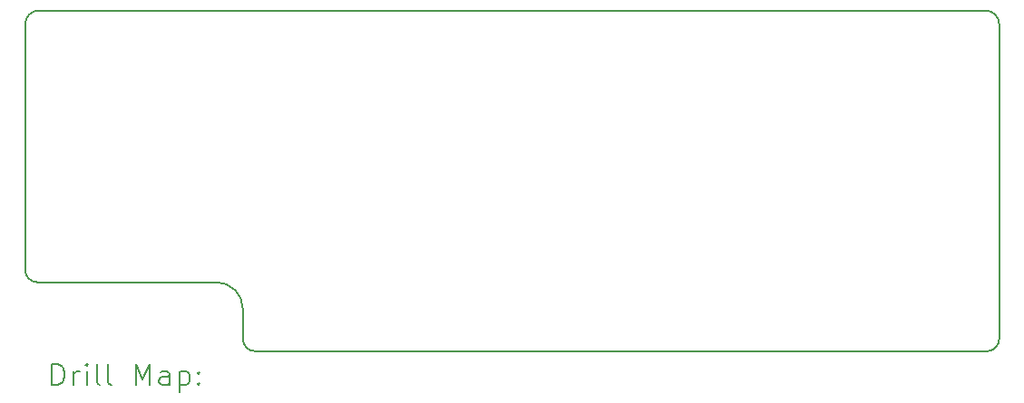
<source format=gbr>
%FSLAX45Y45*%
G04 Gerber Fmt 4.5, Leading zero omitted, Abs format (unit mm)*
G04 Created by KiCad (PCBNEW 6.0.1) date 2022-02-11 11:10:32*
%MOMM*%
%LPD*%
G01*
G04 APERTURE LIST*
%TA.AperFunction,Profile*%
%ADD10C,0.150000*%
%TD*%
%ADD11C,0.200000*%
G04 APERTURE END LIST*
D10*
X19823800Y-8470900D02*
G75*
G03*
X19696800Y-8343900I-127000J0D01*
G01*
X12763500Y-11414900D02*
X12763000Y-11132000D01*
X19709500Y-11529200D02*
G75*
G03*
X19823800Y-11414900I0J114300D01*
G01*
X19823800Y-8470900D02*
X19823800Y-11414900D01*
X12763000Y-11132000D02*
G75*
G03*
X12515000Y-10884000I-248000J0D01*
G01*
X12515000Y-10884000D02*
X10845800Y-10883900D01*
X12763500Y-11414900D02*
G75*
G03*
X12877800Y-11529200I114300J0D01*
G01*
X19709500Y-11529200D02*
X12877800Y-11529200D01*
X10731500Y-10769600D02*
X10731500Y-8470900D01*
X10858500Y-8343900D02*
X19696800Y-8343900D01*
X10858500Y-8343900D02*
G75*
G03*
X10731500Y-8470900I0J-127000D01*
G01*
X10731500Y-10769600D02*
G75*
G03*
X10845800Y-10883900I114300J0D01*
G01*
D11*
X10981619Y-11847176D02*
X10981619Y-11647176D01*
X11029238Y-11647176D01*
X11057810Y-11656700D01*
X11076857Y-11675748D01*
X11086381Y-11694795D01*
X11095905Y-11732890D01*
X11095905Y-11761462D01*
X11086381Y-11799557D01*
X11076857Y-11818605D01*
X11057810Y-11837652D01*
X11029238Y-11847176D01*
X10981619Y-11847176D01*
X11181619Y-11847176D02*
X11181619Y-11713843D01*
X11181619Y-11751938D02*
X11191143Y-11732890D01*
X11200667Y-11723367D01*
X11219714Y-11713843D01*
X11238762Y-11713843D01*
X11305428Y-11847176D02*
X11305428Y-11713843D01*
X11305428Y-11647176D02*
X11295905Y-11656700D01*
X11305428Y-11666224D01*
X11314952Y-11656700D01*
X11305428Y-11647176D01*
X11305428Y-11666224D01*
X11429238Y-11847176D02*
X11410190Y-11837652D01*
X11400667Y-11818605D01*
X11400667Y-11647176D01*
X11534000Y-11847176D02*
X11514952Y-11837652D01*
X11505428Y-11818605D01*
X11505428Y-11647176D01*
X11762571Y-11847176D02*
X11762571Y-11647176D01*
X11829238Y-11790033D01*
X11895905Y-11647176D01*
X11895905Y-11847176D01*
X12076857Y-11847176D02*
X12076857Y-11742414D01*
X12067333Y-11723367D01*
X12048286Y-11713843D01*
X12010190Y-11713843D01*
X11991143Y-11723367D01*
X12076857Y-11837652D02*
X12057809Y-11847176D01*
X12010190Y-11847176D01*
X11991143Y-11837652D01*
X11981619Y-11818605D01*
X11981619Y-11799557D01*
X11991143Y-11780509D01*
X12010190Y-11770986D01*
X12057809Y-11770986D01*
X12076857Y-11761462D01*
X12172095Y-11713843D02*
X12172095Y-11913843D01*
X12172095Y-11723367D02*
X12191143Y-11713843D01*
X12229238Y-11713843D01*
X12248286Y-11723367D01*
X12257809Y-11732890D01*
X12267333Y-11751938D01*
X12267333Y-11809081D01*
X12257809Y-11828128D01*
X12248286Y-11837652D01*
X12229238Y-11847176D01*
X12191143Y-11847176D01*
X12172095Y-11837652D01*
X12353048Y-11828128D02*
X12362571Y-11837652D01*
X12353048Y-11847176D01*
X12343524Y-11837652D01*
X12353048Y-11828128D01*
X12353048Y-11847176D01*
X12353048Y-11723367D02*
X12362571Y-11732890D01*
X12353048Y-11742414D01*
X12343524Y-11732890D01*
X12353048Y-11723367D01*
X12353048Y-11742414D01*
M02*

</source>
